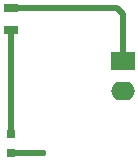
<source format=gtl>
G04*
G04 #@! TF.GenerationSoftware,Altium Limited,Altium Designer,20.1.7 (139)*
G04*
G04 Layer_Physical_Order=1*
G04 Layer_Color=255*
%FSLAX25Y25*%
%MOIN*%
G70*
G04*
G04 #@! TF.SameCoordinates,A38E65EC-B4ED-41E5-85B1-8330A3BA3D95*
G04*
G04*
G04 #@! TF.FilePolarity,Positive*
G04*
G01*
G75*
%ADD13R,0.03150X0.03150*%
%ADD14R,0.05118X0.02756*%
%ADD20C,0.01968*%
%ADD21R,0.07874X0.06299*%
%ADD22O,0.07874X0.06299*%
%ADD23C,0.02362*%
D13*
X23622Y14469D02*
D03*
Y20965D02*
D03*
D14*
Y55512D02*
D03*
Y62992D02*
D03*
D20*
Y14469D02*
X34280D01*
X23622Y20965D02*
Y55512D01*
Y62992D02*
X59055D01*
X61024Y45276D02*
Y61024D01*
X59055Y62992D02*
X61024Y61024D01*
D21*
Y45276D02*
D03*
D22*
Y35276D02*
D03*
D23*
X34449Y14764D02*
D03*
M02*

</source>
